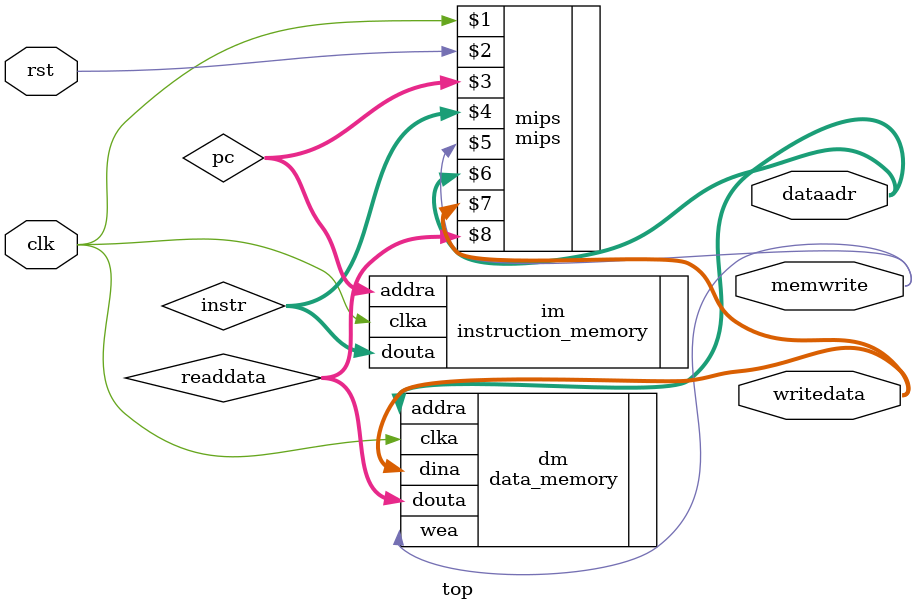
<source format=v>
`timescale 1ns / 1ps


module top(
	input clk,rst,
	output [31:0] writedata,dataadr,
	output memwrite
	);
	// wire clk;
	wire[31:0] pc,instr,readdata,dataadr,writedata;
    wire memwrite;
	//   clk_div instance_name(
 //    	// Clock out ports
	//     .clk_out1(hclk),     // output clk_out1
	//    // Clock in ports
	//     .clk_in1(clk)
 //    	); 
   	

	mips mips(clk,rst,pc,instr,memwrite,dataadr,writedata,readdata);
	/*
	mips(
	input wire clk,rst,
	output wire[31:0] PCout,
	input wire[31:0] instr,
	output wire memwrite,
	output wire[31:0] aluout,writedata,
	input wire[31:0] readdata 
    );
	*/
	
	//inst_mem imem(clk,pc[7:2],instr);
	//data_mem dmem(clk,memwrite,dataadr,writedata,readdata);
	
	instruction_memory im (
    .clka(clk),    // input wire clka
    .addra(pc),  // input wire [6 : 0] addra
    .douta(instr)  // output wire [31 : 0] douta
    );

    data_memory dm (
    .clka(clk),    // input wire clka
    .wea(memwrite),      // input wire [0 : 0] wea
    .addra(dataadr),  // input wire [6 : 0] addra
    .dina(writedata),    // input wire [31 : 0] dina
    .douta(readdata)  // output wire [31 : 0] douta
    );

endmodule

</source>
